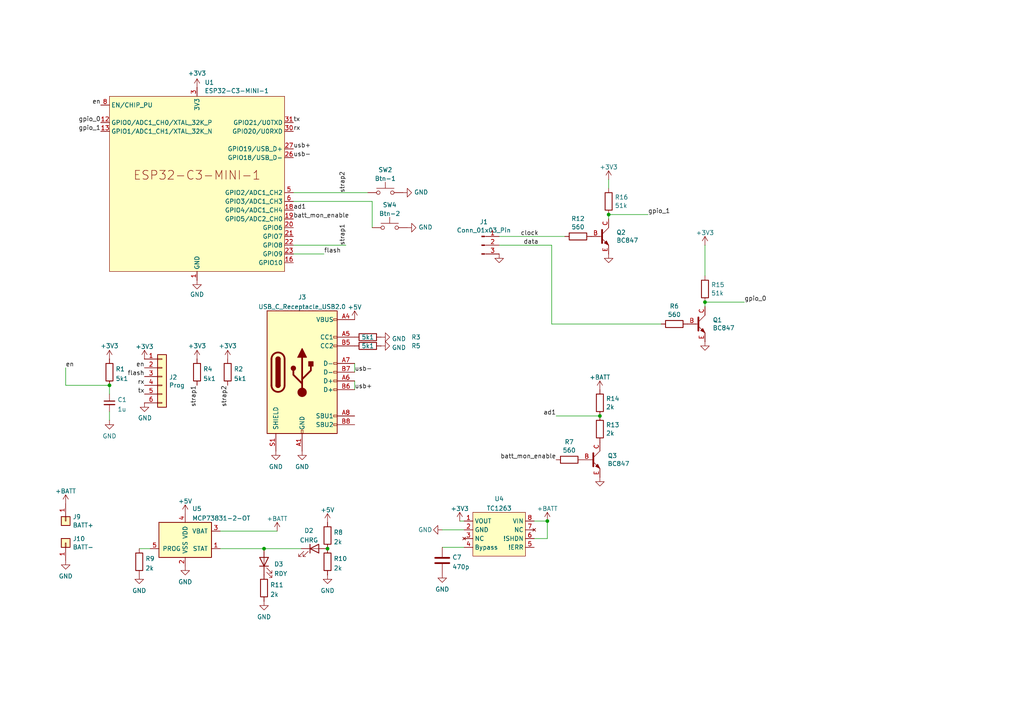
<source format=kicad_sch>
(kicad_sch (version 20231120) (generator "eeschema") (generator_version "8.0")
  (paper "A4")
  (lib_symbols
    (symbol "0_aaaaa_yeah:R" (pin_numbers hide) (pin_names (offset 0))
      (property "Reference" "R" (at 2.032 0 90))
      (property "Value" "R" (at 0 0 90))
      (symbol "R_0_1"
        (rectangle (start -1.016 -2.54) (end 1.016 2.54) (stroke (width 0.254)))
      )
      (symbol "R_1_1"
        (pin passive line (at 0 3.81 270) (length 1.27) (name "~") (number "1"))
        (pin passive line (at 0 -3.81 90) (length 1.27) (name "~") (number "2"))
      )
    )
    (symbol "AnymaLib-06:TC1263"
      (property "Reference" "U" (at 1.27 6.35 0))
      (property "Value" "TC1263" (at 0 -8.89 0))
      (symbol "TC1263_0_1"
        (rectangle (start -7.62 5.08) (end 7.62 -7.62) (stroke (width 0.1524)) (fill (type background)))
      )
      (symbol "TC1263_1_1"
        (pin power_out line (at -10.16 2.54 0) (length 2.54) (name "VOUT") (number "1"))
        (pin power_out line (at -10.16 0 0) (length 2.54) (name "GND") (number "2"))
        (pin no_connect line (at -10.16 -2.54 0) (length 2.54) (name "NC") (number "3"))
        (pin input line (at -10.16 -5.08 0) (length 2.54) (name "Bypass") (number "4"))
        (pin input line (at 10.16 -5.08 180) (length 2.54) (name "!ERR") (number "5"))
        (pin input line (at 10.16 -2.54 180) (length 2.54) (name "!SHDN") (number "6"))
        (pin no_connect line (at 10.16 0 180) (length 2.54) (name "NC") (number "7"))
        (pin power_in line (at 10.16 2.54 180) (length 2.54) (name "VIN") (number "8"))
      )
    )
    (symbol "Battery_Management:MCP73831-2-OT" (pin_names (offset 1.016))
      (property "Reference" "U" (at -7.62 6.35 0))
      (property "Value" "MCP73831-2-OT" (at 1.27 6.35 0))
      (symbol "MCP73831-2-OT_0_1"
        (rectangle (start -7.62 5.08) (end 7.62 -5.08) (stroke (width 0.254)) (fill (type background)))
      )
      (symbol "MCP73831-2-OT_1_1"
        (pin output line (at 10.16 -2.54 180) (length 2.54) (name "STAT") (number "1"))
        (pin power_in line (at 0 -7.62 90) (length 2.54) (name "VSS") (number "2"))
        (pin power_out line (at 10.16 2.54 180) (length 2.54) (name "VBAT") (number "3"))
        (pin power_in line (at 0 7.62 270) (length 2.54) (name "VDD") (number "4"))
        (pin input line (at -10.16 -2.54 0) (length 2.54) (name "PROG") (number "5"))
      )
    )
    (symbol "Connector:Conn_01x03_Pin" (pin_names (offset 1.016) hide)
      (property "Reference" "J" (at 0 5.08 0))
      (property "Value" "Conn_01x03_Pin" (at 0 -5.08 0))
      (symbol "Conn_01x03_Pin_1_1"
        (polyline (pts (xy 1.27 -2.54) (xy 0.8636 -2.54)) (stroke (width 0.1524)))
        (polyline (pts (xy 1.27 0) (xy 0.8636 0)) (stroke (width 0.1524)))
        (polyline (pts (xy 1.27 2.54) (xy 0.8636 2.54)) (stroke (width 0.1524)))
        (rectangle (start 0.8636 -2.413) (end 0 -2.667) (stroke (width 0.1524)) (fill (type outline)))
        (rectangle (start 0.8636 0.127) (end 0 -0.127) (stroke (width 0.1524)) (fill (type outline)))
        (rectangle (start 0.8636 2.667) (end 0 2.413) (stroke (width 0.1524)) (fill (type outline)))
        (pin passive line (at 5.08 2.54 180) (length 3.81) (name "Pin_1") (number "1"))
        (pin passive line (at 5.08 0 180) (length 3.81) (name "Pin_2") (number "2"))
        (pin passive line (at 5.08 -2.54 180) (length 3.81) (name "Pin_3") (number "3"))
      )
    )
    (symbol "Connector:USB_C_Receptacle_USB2.0" (pin_names (offset 1.016))
      (property "Reference" "J" (at -10.16 19.05 0))
      (property "Value" "USB_C_Receptacle_USB2.0" (at 19.05 19.05 0))
      (symbol "USB_C_Receptacle_USB2.0_0_0"
        (rectangle (start -0.254 -17.78) (end 0.254 -16.764))
        (rectangle (start 10.16 -14.986) (end 9.144 -15.494))
        (rectangle (start 10.16 -12.446) (end 9.144 -12.954))
        (rectangle (start 10.16 -4.826) (end 9.144 -5.334))
        (rectangle (start 10.16 -2.286) (end 9.144 -2.794))
        (rectangle (start 10.16 0.254) (end 9.144 -0.254))
        (rectangle (start 10.16 2.794) (end 9.144 2.286))
        (rectangle (start 10.16 7.874) (end 9.144 7.366))
        (rectangle (start 10.16 10.414) (end 9.144 9.906))
        (rectangle (start 10.16 15.494) (end 9.144 14.986))
      )
      (symbol "USB_C_Receptacle_USB2.0_0_1"
        (rectangle (start -10.16 17.78) (end 10.16 -17.78) (stroke (width 0.254)) (fill (type background)))
        (arc (start -8.89 -3.81) (mid -6.985 -5.7066) (end -5.08 -3.81) (stroke (width 0.508)))
        (arc (start -7.62 -3.81) (mid -6.985 -4.4422) (end -6.35 -3.81) (stroke (width 0.254)))
        (arc (start -7.62 -3.81) (mid -6.985 -4.4422) (end -6.35 -3.81) (stroke (width 0.254)) (fill (type outline)))
        (rectangle (start -7.62 -3.81) (end -6.35 3.81) (stroke (width 0.254)) (fill (type outline)))
        (arc (start -6.35 3.81) (mid -6.985 4.4422) (end -7.62 3.81) (stroke (width 0.254)))
        (arc (start -6.35 3.81) (mid -6.985 4.4422) (end -7.62 3.81) (stroke (width 0.254)) (fill (type outline)))
        (arc (start -5.08 3.81) (mid -6.985 5.7066) (end -8.89 3.81) (stroke (width 0.508)))
        (circle (center -2.54 1.143) (radius 0.635) (stroke (width 0.254)) (fill (type outline)))
        (circle (center 0 -5.842) (radius 1.27) (fill (type outline)))
        (polyline (pts (xy -8.89 -3.81) (xy -8.89 3.81)) (stroke (width 0.508)))
        (polyline (pts (xy -5.08 3.81) (xy -5.08 -3.81)) (stroke (width 0.508)))
        (polyline (pts (xy 0 -5.842) (xy 0 4.318)) (stroke (width 0.508)))
        (polyline (pts (xy 0 -3.302) (xy -2.54 -0.762) (xy -2.54 0.508)) (stroke (width 0.508)))
        (polyline (pts (xy 0 -2.032) (xy 2.54 0.508) (xy 2.54 1.778)) (stroke (width 0.508)))
        (polyline (pts (xy -1.27 4.318) (xy 0 6.858) (xy 1.27 4.318) (xy -1.27 4.318)) (stroke (width 0.254)) (fill (type outline)))
        (rectangle (start 1.905 1.778) (end 3.175 3.048) (stroke (width 0.254)) (fill (type outline)))
      )
      (symbol "USB_C_Receptacle_USB2.0_1_1"
        (pin passive line (at 0 -22.86 90) (length 5.08) (name "GND") (number "A1"))
        (pin passive line (at 0 -22.86 90) (length 5.08) hide (name "GND") (number "A12"))
        (pin passive line (at 15.24 15.24 180) (length 5.08) (name "VBUS") (number "A4"))
        (pin bidirectional line (at 15.24 10.16 180) (length 5.08) (name "CC1") (number "A5"))
        (pin bidirectional line (at 15.24 -2.54 180) (length 5.08) (name "D+") (number "A6"))
        (pin bidirectional line (at 15.24 2.54 180) (length 5.08) (name "D-") (number "A7"))
        (pin bidirectional line (at 15.24 -12.7 180) (length 5.08) (name "SBU1") (number "A8"))
        (pin passive line (at 15.24 15.24 180) (length 5.08) hide (name "VBUS") (number "A9"))
        (pin passive line (at 0 -22.86 90) (length 5.08) hide (name "GND") (number "B1"))
        (pin passive line (at 0 -22.86 90) (length 5.08) hide (name "GND") (number "B12"))
        (pin passive line (at 15.24 15.24 180) (length 5.08) hide (name "VBUS") (number "B4"))
        (pin bidirectional line (at 15.24 7.62 180) (length 5.08) (name "CC2") (number "B5"))
        (pin bidirectional line (at 15.24 -5.08 180) (length 5.08) (name "D+") (number "B6"))
        (pin bidirectional line (at 15.24 0 180) (length 5.08) (name "D-") (number "B7"))
        (pin bidirectional line (at 15.24 -15.24 180) (length 5.08) (name "SBU2") (number "B8"))
        (pin passive line (at 15.24 15.24 180) (length 5.08) hide (name "VBUS") (number "B9"))
        (pin passive line (at -7.62 -22.86 90) (length 5.08) (name "SHIELD") (number "S1"))
      )
    )
    (symbol "Connector_Generic:Conn_01x01" (pin_names (offset 1.016) hide)
      (property "Reference" "J" (at 0 2.54 0))
      (property "Value" "Conn_01x01" (at 0 -2.54 0))
      (symbol "Conn_01x01_1_1"
        (rectangle (start -1.27 0.127) (end 0 -0.127) (stroke (width 0.1524)))
        (rectangle (start -1.27 1.27) (end 1.27 -1.27) (stroke (width 0.254)) (fill (type background)))
        (pin passive line (at -5.08 0 0) (length 3.81) (name "Pin_1") (number "1"))
      )
    )
    (symbol "Connector_Generic:Conn_01x06" (pin_names (offset 1.016) hide)
      (property "Reference" "J" (at 0 7.62 0))
      (property "Value" "Conn_01x06" (at 0 -10.16 0))
      (symbol "Conn_01x06_1_1"
        (rectangle (start -1.27 -7.493) (end 0 -7.747) (stroke (width 0.1524)))
        (rectangle (start -1.27 -4.953) (end 0 -5.207) (stroke (width 0.1524)))
        (rectangle (start -1.27 -2.413) (end 0 -2.667) (stroke (width 0.1524)))
        (rectangle (start -1.27 0.127) (end 0 -0.127) (stroke (width 0.1524)))
        (rectangle (start -1.27 2.667) (end 0 2.413) (stroke (width 0.1524)))
        (rectangle (start -1.27 5.207) (end 0 4.953) (stroke (width 0.1524)))
        (rectangle (start -1.27 6.35) (end 1.27 -8.89) (stroke (width 0.254)) (fill (type background)))
        (pin passive line (at -5.08 5.08 0) (length 3.81) (name "Pin_1") (number "1"))
        (pin passive line (at -5.08 2.54 0) (length 3.81) (name "Pin_2") (number "2"))
        (pin passive line (at -5.08 0 0) (length 3.81) (name "Pin_3") (number "3"))
        (pin passive line (at -5.08 -2.54 0) (length 3.81) (name "Pin_4") (number "4"))
        (pin passive line (at -5.08 -5.08 0) (length 3.81) (name "Pin_5") (number "5"))
        (pin passive line (at -5.08 -7.62 0) (length 3.81) (name "Pin_6") (number "6"))
      )
    )
    (symbol "Device:C" (pin_numbers hide) (pin_names (offset 0.254))
      (property "Reference" "C" (at 0.635 2.54 0))
      (property "Value" "C" (at 0.635 -2.54 0))
      (symbol "C_0_1"
        (polyline (pts (xy -2.032 -0.762) (xy 2.032 -0.762)) (stroke (width 0.508)))
        (polyline (pts (xy -2.032 0.762) (xy 2.032 0.762)) (stroke (width 0.508)))
      )
      (symbol "C_1_1"
        (pin passive line (at 0 3.81 270) (length 2.794) (name "~") (number "1"))
        (pin passive line (at 0 -3.81 90) (length 2.794) (name "~") (number "2"))
      )
    )
    (symbol "Device:LED" (pin_numbers hide) (pin_names (offset 1.016) hide)
      (property "Reference" "D" (at 0 2.54 0))
      (property "Value" "LED" (at 0 -2.54 0))
      (symbol "LED_0_1"
        (polyline (pts (xy -1.27 -1.27) (xy -1.27 1.27)) (stroke (width 0.254)))
        (polyline (pts (xy -1.27 0) (xy 1.27 0)))
        (polyline (pts (xy 1.27 -1.27) (xy 1.27 1.27) (xy -1.27 0) (xy 1.27 -1.27)) (stroke (width 0.254)))
        (polyline (pts (xy -3.048 -0.762) (xy -4.572 -2.286) (xy -3.81 -2.286) (xy -4.572 -2.286) (xy -4.572 -1.524)))
        (polyline (pts (xy -1.778 -0.762) (xy -3.302 -2.286) (xy -2.54 -2.286) (xy -3.302 -2.286) (xy -3.302 -1.524)))
      )
      (symbol "LED_1_1"
        (pin passive line (at -3.81 0 0) (length 2.54) (name "K") (number "1"))
        (pin passive line (at 3.81 0 180) (length 2.54) (name "A") (number "2"))
      )
    )
    (symbol "Device:R" (pin_numbers hide) (pin_names (offset 0))
      (property "Reference" "R" (at 2.032 0 90))
      (property "Value" "R" (at 0 0 90))
      (symbol "R_0_1"
        (rectangle (start -1.016 -2.54) (end 1.016 2.54) (stroke (width 0.254)))
      )
      (symbol "R_1_1"
        (pin passive line (at 0 3.81 270) (length 1.27) (name "~") (number "1"))
        (pin passive line (at 0 -3.81 90) (length 1.27) (name "~") (number "2"))
      )
    )
    (symbol "PCM_Espressif:ESP32-C3-MINI-1"
      (property "Reference" "U" (at -25.4 30.48 0))
      (property "Value" "ESP32-C3-MINI-1" (at -25.4 27.94 0))
      (symbol "ESP32-C3-MINI-1_0_0"
        (text "ESP32-C3-MINI-1" (at 0 2.54 0) (effects (font (size 2.54 2.54))))
      )
      (symbol "ESP32-C3-MINI-1_0_1"
        (rectangle (start -25.4 25.4) (end 25.4 -25.4) (fill (type background)))
      )
      (symbol "ESP32-C3-MINI-1_1_1"
        (pin power_in line (at 0 -27.94 90) (length 2.54) (name "GND") (number "1"))
        (pin no_connect line (at -25.4 2.54 0) (length 2.54) hide (name "NC") (number "10"))
        (pin passive line (at 0 -27.94 90) (length 2.54) hide (name "GND") (number "11"))
        (pin bidirectional line (at -27.94 17.78 0) (length 2.54) (name "GPIO0/ADC1_CH0/XTAL_32K_P") (number "12"))
        (pin bidirectional line (at -27.94 15.24 0) (length 2.54) (name "GPIO1/ADC1_CH1/XTAL_32K_N") (number "13"))
        (pin passive line (at 0 -27.94 90) (length 2.54) hide (name "GND") (number "14"))
        (pin no_connect line (at -25.4 0 0) (length 2.54) hide (name "NC") (number "15"))
        (pin bidirectional line (at 27.94 -22.86 180) (length 2.54) (name "GPIO10") (number "16"))
        (pin no_connect line (at -25.4 -2.54 0) (length 2.54) hide (name "NC") (number "17"))
        (pin bidirectional line (at 27.94 -7.62 180) (length 2.54) (name "GPIO4/ADC1_CH4") (number "18"))
        (pin bidirectional line (at 27.94 -10.16 180) (length 2.54) (name "GPIO5/ADC2_CH0") (number "19"))
        (pin passive line (at 0 -27.94 90) (length 2.54) hide (name "GND") (number "2"))
        (pin bidirectional line (at 27.94 -12.7 180) (length 2.54) (name "GPIO6") (number "20"))
        (pin bidirectional line (at 27.94 -15.24 180) (length 2.54) (name "GPIO7") (number "21"))
        (pin bidirectional line (at 27.94 -17.78 180) (length 2.54) (name "GPIO8") (number "22"))
        (pin bidirectional line (at 27.94 -20.32 180) (length 2.54) (name "GPIO9") (number "23"))
        (pin no_connect line (at -25.4 -5.08 0) (length 2.54) hide (name "NC") (number "24"))
        (pin no_connect line (at -25.4 -7.62 0) (length 2.54) hide (name "NC") (number "25"))
        (pin bidirectional line (at 27.94 7.62 180) (length 2.54) (name "GPIO18/USB_D-") (number "26"))
        (pin bidirectional line (at 27.94 10.16 180) (length 2.54) (name "GPIO19/USB_D+") (number "27"))
        (pin no_connect line (at -25.4 -10.16 0) (length 2.54) hide (name "NC") (number "28"))
        (pin no_connect line (at -25.4 -12.7 0) (length 2.54) hide (name "NC") (number "29"))
        (pin power_in line (at 0 27.94 270) (length 2.54) (name "3V3") (number "3"))
        (pin bidirectional line (at 27.94 15.24 180) (length 2.54) (name "GPIO20/U0RXD") (number "30"))
        (pin bidirectional line (at 27.94 17.78 180) (length 2.54) (name "GPIO21/U0TXD") (number "31"))
        (pin no_connect line (at -25.4 -15.24 0) (length 2.54) hide (name "NC") (number "32"))
        (pin no_connect line (at -25.4 -17.78 0) (length 2.54) hide (name "NC") (number "33"))
        (pin no_connect line (at -25.4 -20.32 0) (length 2.54) hide (name "NC") (number "34"))
        (pin no_connect line (at -25.4 -22.86 0) (length 2.54) hide (name "NC") (number "35"))
        (pin passive line (at 0 -27.94 90) (length 2.54) hide (name "GND") (number "36"))
        (pin passive line (at 0 -27.94 90) (length 2.54) hide (name "GND") (number "37"))
        (pin passive line (at 0 -27.94 90) (length 2.54) hide (name "GND") (number "38"))
        (pin passive line (at 0 -27.94 90) (length 2.54) hide (name "GND") (number "39"))
        (pin no_connect line (at -25.4 10.16 0) (length 2.54) hide (name "NC") (number "4"))
        (pin passive line (at 0 -27.94 90) (length 2.54) hide (name "GND") (number "40"))
        (pin passive line (at 0 -27.94 90) (length 2.54) hide (name "GND") (number "41"))
        (pin passive line (at 0 -27.94 90) (length 2.54) hide (name "GND") (number "42"))
        (pin passive line (at 0 -27.94 90) (length 2.54) hide (name "GND") (number "43"))
        (pin passive line (at 0 -27.94 90) (length 2.54) hide (name "GND") (number "44"))
        (pin passive line (at 0 -27.94 90) (length 2.54) hide (name "GND") (number "45"))
        (pin passive line (at 0 -27.94 90) (length 2.54) hide (name "GND") (number "46"))
        (pin passive line (at 0 -27.94 90) (length 2.54) hide (name "GND") (number "47"))
        (pin passive line (at 0 -27.94 90) (length 2.54) hide (name "GND") (number "48"))
        (pin passive line (at 0 -27.94 90) (length 2.54) hide (name "GND") (number "49"))
        (pin bidirectional line (at 27.94 -2.54 180) (length 2.54) (name "GPIO2/ADC1_CH2") (number "5"))
        (pin passive line (at 0 -27.94 90) (length 2.54) hide (name "GND") (number "50"))
        (pin passive line (at 0 -27.94 90) (length 2.54) hide (name "GND") (number "51"))
        (pin passive line (at 0 -27.94 90) (length 2.54) hide (name "GND") (number "52"))
        (pin passive line (at 0 -27.94 90) (length 2.54) hide (name "GND") (number "53"))
        (pin bidirectional line (at 27.94 -5.08 180) (length 2.54) (name "GPIO3/ADC1_CH3") (number "6"))
        (pin no_connect line (at -25.4 7.62 0) (length 2.54) hide (name "NC") (number "7"))
        (pin input line (at -27.94 22.86 0) (length 2.54) (name "EN/CHIP_PU") (number "8"))
        (pin no_connect line (at -25.4 5.08 0) (length 2.54) hide (name "NC") (number "9"))
      )
    )
    (symbol "nime2020-library:SW_Push" (pin_numbers hide) (pin_names (offset 1.016) hide)
      (property "Reference" "SW" (at 1.27 2.54 0))
      (property "Value" "SW_Push" (at 0 -1.524 0))
      (symbol "SW_Push_0_1"
        (circle (center -2.032 0) (radius 0.508))
        (polyline (pts (xy 0 1.27) (xy 0 3.048)))
        (polyline (pts (xy 2.54 1.27) (xy -2.54 1.27)))
        (circle (center 2.032 0) (radius 0.508))
        (pin passive line (at -5.08 0 0) (length 2.54) (name "1") (number "1"))
        (pin passive line (at 5.08 0 180) (length 2.54) (name "2") (number "2"))
      )
    )
    (symbol "power:+3V3" (power) (pin_numbers hide) (pin_names (offset 0) hide)
      (property "Value" "+3V3" (at 0 3.556 0))
      (symbol "+3V3_0_1"
        (polyline (pts (xy -0.762 1.27) (xy 0 2.54)))
        (polyline (pts (xy 0 0) (xy 0 2.54)))
        (polyline (pts (xy 0 2.54) (xy 0.762 1.27)))
      )
      (symbol "+3V3_1_1"
        (pin power_in line (at 0 0 90) (length 0) (name "~") (number "1"))
      )
    )
    (symbol "power:+5V" (power) (pin_names (offset 0))
      (property "Value" "+5V" (at 0 3.556 0))
      (symbol "+5V_0_1"
        (polyline (pts (xy -0.762 1.27) (xy 0 2.54)))
        (polyline (pts (xy 0 0) (xy 0 2.54)))
        (polyline (pts (xy 0 2.54) (xy 0.762 1.27)))
      )
      (symbol "+5V_1_1"
        (pin power_in line (at 0 0 90) (length 0) hide (name "+5V") (number "1"))
      )
    )
    (symbol "power:+BATT" (power) (pin_names (offset 0))
      (property "Value" "+BATT" (at 0 3.556 0))
      (symbol "+BATT_0_1"
        (polyline (pts (xy -0.762 1.27) (xy 0 2.54)))
        (polyline (pts (xy 0 0) (xy 0 2.54)))
        (polyline (pts (xy 0 2.54) (xy 0.762 1.27)))
      )
      (symbol "+BATT_1_1"
        (pin power_in line (at 0 0 90) (length 0) hide (name "+BATT") (number "1"))
      )
    )
    (symbol "power:GND" (power) (pin_numbers hide) (pin_names (offset 0) hide)
      (property "Value" "GND" (at 0 -3.81 0))
      (symbol "GND_0_1"
        (polyline (pts (xy 0 0) (xy 0 -1.27) (xy 1.27 -1.27) (xy 0 -2.54) (xy -1.27 -1.27) (xy 0 -1.27)))
      )
      (symbol "GND_1_1"
        (pin power_in line (at 0 0 270) (length 0) (name "~") (number "1"))
      )
    )
    (symbol "synkie_symbols:C_Small" (pin_numbers hide) (pin_names (offset 0.254) hide)
      (property "Reference" "C" (at 0.254 1.778 0))
      (property "Value" "C_Small" (at 0.254 -2.032 0))
      (symbol "C_Small_0_1"
        (polyline (pts (xy -1.524 -0.508) (xy 1.524 -0.508)) (stroke (width 0.3302)))
        (polyline (pts (xy -1.524 0.508) (xy 1.524 0.508)) (stroke (width 0.3048)))
      )
      (symbol "C_Small_1_1"
        (pin passive line (at 0 2.54 270) (length 2.032) (name "~") (number "1"))
        (pin passive line (at 0 -2.54 90) (length 2.032) (name "~") (number "2"))
      )
    )
    (symbol "synkie_symbols:Trans_NPN_Generic" (pin_names (offset 0) hide)
      (property "Reference" "Q" (at 2.54 1.27 0))
      (property "Value" "Trans_NPN_Generic" (at 10.16 -1.27 0))
      (symbol "Trans_NPN_Generic_1_1"
        (polyline (pts (xy -1.27 0) (xy -0.635 0)))
        (polyline (pts (xy -0.635 0.635) (xy 1.27 2.54)))
        (polyline (pts (xy -0.635 1.905) (xy -0.635 -1.905)) (stroke (width 0.508)))
        (polyline (pts (xy 1.27 -2.54) (xy -0.635 -0.635)))
        (polyline (pts (xy 0 -1.905) (xy 0.635 -1.27) (xy 1.27 -2.54) (xy 0 -1.905)) (fill (type outline)))
        (pin input line (at -3.81 0 0) (length 2.54) (name "B") (number "B"))
        (pin passive line (at 1.27 5.08 270) (length 2.54) (name "C") (number "C"))
        (pin passive line (at 1.27 -5.08 90) (length 2.54) (name "E") (number "E"))
      )
    )
  )
  (junction (at 158.75 151.13))
  (junction (at 76.581 159.131))
  (junction (at 204.47 87.63))
  (junction (at 31.75 111.76))
  (junction (at 173.99 120.65))
  (junction (at 176.53 62.23))
  (junction (at 94.996 159.131))
  (wire (pts (xy 158.75 156.21) (xy 158.75 151.13)))
  (wire (pts (xy 204.47 71.12) (xy 204.47 80.01)))
  (wire (pts (xy 128.27 153.67) (xy 134.62 153.67)))
  (wire (pts (xy 19.05 111.76) (xy 31.75 111.76)))
  (wire (pts (xy 133.35 151.13) (xy 134.62 151.13)))
  (wire (pts (xy 204.47 87.63) (xy 204.47 88.9)))
  (wire (pts (xy 31.75 121.92) (xy 31.75 119.38)))
  (wire (pts (xy 176.53 62.23) (xy 187.96 62.23)))
  (wire (pts (xy 134.62 158.75) (xy 128.27 158.75)))
  (wire (pts (xy 85.09 55.88) (xy 106.68 55.88)))
  (wire (pts (xy 40.386 159.131) (xy 43.561 159.131)))
  (wire (pts (xy 76.581 159.131) (xy 87.376 159.131)))
  (wire (pts (xy 154.94 151.13) (xy 158.75 151.13)))
  (wire (pts (xy 161.29 120.65) (xy 173.99 120.65)))
  (wire (pts (xy 160.02 71.12) (xy 160.02 93.98)))
  (wire (pts (xy 160.02 93.98) (xy 191.77 93.98)))
  (wire (pts (xy 102.87 110.49) (xy 102.87 113.03)))
  (wire (pts (xy 85.09 58.42) (xy 107.95 58.42)))
  (wire (pts (xy 31.75 114.3) (xy 31.75 111.76)))
  (wire (pts (xy 204.47 87.63) (xy 215.9 87.63)))
  (wire (pts (xy 154.94 156.21) (xy 158.75 156.21)))
  (wire (pts (xy 63.881 159.131) (xy 76.581 159.131)))
  (wire (pts (xy 144.78 68.58) (xy 163.83 68.58)))
  (wire (pts (xy 144.78 71.12) (xy 160.02 71.12)))
  (wire (pts (xy 63.881 154.051) (xy 80.391 154.051)))
  (wire (pts (xy 176.53 52.07) (xy 176.53 54.61)))
  (wire (pts (xy 85.09 71.12) (xy 100.33 71.12)))
  (wire (pts (xy 107.95 58.42) (xy 107.95 66.04)))
  (wire (pts (xy 102.87 105.41) (xy 102.87 107.95)))
  (wire (pts (xy 176.53 62.23) (xy 176.53 63.5)))
  (wire (pts (xy 19.05 106.68) (xy 19.05 111.76)))
  (wire (pts (xy 85.09 73.66) (xy 93.98 73.66)))
  (label "clock" (at 156.21 68.58 180))
  (label "ad1" (at 85.09 60.96 0))
  (label "usb-" (at 102.87 107.95 0))
  (label "en" (at 29.21 30.48 180))
  (label "tx" (at 85.09 35.56 0))
  (label "batt_mon_enable" (at 161.29 133.35 180))
  (label "usb+" (at 85.09 43.18 0))
  (label "rx" (at 85.09 38.1 0))
  (label "gpio_0" (at 29.21 35.56 180))
  (label "strap1" (at 100.33 71.12 90))
  (label "en" (at 19.05 106.68 0))
  (label "gpio_1" (at 29.21 38.1 180))
  (label "batt_mon_enable" (at 85.09 63.5 0))
  (label "flash" (at 41.91 109.22 180))
  (label "tx" (at 41.91 114.3 180))
  (label "ad1" (at 161.29 120.65 180))
  (label "strap1" (at 57.15 111.76 270))
  (label "gpio_1" (at 187.96 62.23 0))
  (label "gpio_0" (at 215.9 87.63 0))
  (label "strap2" (at 66.04 111.76 270))
  (label "usb+" (at 102.87 113.03 0))
  (label "usb-" (at 85.09 45.72 0))
  (label "data" (at 156.21 71.12 180))
  (label "en" (at 41.91 106.68 180))
  (label "strap2" (at 100.33 55.88 90))
  (label "flash" (at 93.98 73.66 0))
  (label "rx" (at 41.91 111.76 180))
  (symbol (lib_id "power:GND") (at 204.47 99.06 0) (mirror y) (unit 1)
    (property "Reference" "#PWR010" (effects (hide yes)))
    (property "Value" "GND" (effects (hide yes)))
  )
  (symbol (lib_id "Device:R") (at 167.64 68.58 90) (unit 1)
    (property "Reference" "R12" (at 167.64 63.4195 90))
    (property "Value" "560" (at 167.64 65.8438 90))
    (property "Footprint" "Resistor_SMD:R_0603_1608Metric" (effects (hide yes)))
    (property "Description" "Resistor" (effects (hide yes)))
  )
  (symbol (lib_id "power:+5V") (at 53.721 148.971 0) (unit 1)
    (property "Reference" "#PWR041" (effects (hide yes)))
    (property "Value" "+5V" (at 53.721 145.3665 0))
  )
  (symbol (lib_id "power:GND") (at 144.78 73.66 0) (mirror y) (unit 1)
    (property "Reference" "#PWR037" (effects (hide yes)))
    (property "Value" "GND" (effects (hide yes)))
  )
  (symbol (lib_id "power:+3V3") (at 204.47 71.12 0) (unit 1)
    (property "Reference" "#PWR020" (effects (hide yes)))
    (property "Value" "+3V3" (at 204.47 67.5155 0))
  )
  (symbol (lib_id "Device:R") (at 165.1 133.35 90) (unit 1)
    (property "Reference" "R7" (at 165.1 128.1895 90))
    (property "Value" "560" (at 165.1 130.6138 90))
    (property "Footprint" "Resistor_SMD:R_0603_1608Metric" (effects (hide yes)))
    (property "Description" "Resistor" (effects (hide yes)))
  )
  (symbol (lib_id "synkie_symbols:Trans_NPN_Generic") (at 172.72 133.35 0) (unit 1)
    (property "Reference" "Q3" (at 176.2252 132.1816 0) (effects (justify left)))
    (property "Value" "BC847" (at 176.2252 134.493 0) (effects (justify left)))
    (property "Footprint" "synkie_footprints:SOT-23_BEC" (effects (hide yes)))
  )
  (symbol (lib_id "power:+BATT") (at 158.75 151.13 0) (unit 1)
    (property "Reference" "#PWR018" (effects (hide yes)))
    (property "Value" "+BATT" (at 158.75 147.5255 0))
  )
  (symbol (lib_id "Device:LED") (at 76.581 162.941 90) (unit 1)
    (property "Reference" "D3" (at 79.502 163.62 90) (effects (justify right)))
    (property "Value" "RDY" (at 79.502 166.3951 90) (effects (justify right)))
    (property "Footprint" "LED_SMD:LED_0805_2012Metric" (effects (hide yes)))
  )
  (symbol (lib_id "power:+3V3") (at 133.35 151.13 0) (unit 1)
    (property "Reference" "#PWR042" (effects (hide yes)))
    (property "Value" "+3V3" (at 133.35 147.5255 0))
  )
  (symbol (lib_id "PCM_Espressif:ESP32-C3-MINI-1") (at 57.15 53.34 0) (unit 1)
    (property "Reference" "U1" (at 59.3441 23.9225 0) (effects (justify left)))
    (property "Value" "ESP32-C3-MINI-1" (at 59.3441 26.3468 0) (effects (justify left)))
    (property "Footprint" "PCM_Espressif:ESP32-C3-MINI-1" (effects (hide yes)))
    (property "Datasheet" "https://www.espressif.com/sites/default/files/documentation/esp32-c3-mini-1_datasheet_en.pdf" (effects (hide yes)))
    (property "Description" "ESP32-C3-MINI-1 family is an ultra-low-power MCU-based SoC solution that supports 2.4 GHz Wi-Fi and Bluetooth®Low Energy (Bluetooth LE)." (effects (hide yes)))
  )
  (symbol (lib_id "power:+3V3") (at 41.91 104.14 0) (unit 1)
    (property "Reference" "#PWR03" (effects (hide yes)))
    (property "Value" "+3V3" (at 41.91 100.5355 0))
  )
  (symbol (lib_id "power:+BATT") (at 19.05 146.05 0) (unit 1)
    (property "Reference" "#PWR047" (effects (hide yes)))
    (property "Value" "+BATT" (at 19.05 142.4455 0))
  )
  (symbol (lib_id "synkie_symbols:Trans_NPN_Generic") (at 175.26 68.58 0) (unit 1)
    (property "Reference" "Q2" (at 178.7652 67.4116 0) (effects (justify left)))
    (property "Value" "BC847" (at 178.7652 69.723 0) (effects (justify left)))
    (property "Footprint" "synkie_footprints:SOT-23_BEC" (effects (hide yes)))
  )
  (symbol (lib_id "power:+3V3") (at 57.15 25.4 0) (unit 1)
    (property "Reference" "#PWR02" (effects (hide yes)))
    (property "Value" "+3V3" (at 57.15 21.2669 0))
    (property "Description" "Power symbol creates a global label with name \"+3V3\"" (effects (hide yes)))
  )
  (symbol (lib_id "power:GND") (at 40.386 166.751 0) (unit 1)
    (property "Reference" "#PWR052" (effects (hide yes)))
    (property "Value" "GND" (at 40.386 171.3135 0))
  )
  (symbol (lib_id "Connector_Generic:Conn_01x01") (at 19.05 151.13 270) (unit 1)
    (property "Reference" "J9" (at 21.082 149.9178 90) (effects (justify left)))
    (property "Value" "BATT+" (at 21.082 152.3421 90) (effects (justify left)))
    (property "Footprint" "synkie_footprints:Solderpad_1mm" (effects (hide yes)))
    (property "Description" "Generic connector, single row, 01x01, script generated (kicad-library-utils/schlib/autogen/connector/)" (effects (hide yes)))
  )
  (symbol (lib_id "AnymaLib-06:TC1263") (at 144.78 153.67 0) (unit 1)
    (property "Reference" "U4" (at 144.78 144.6743 0))
    (property "Value" "TC1263" (at 144.78 147.4494 0))
    (property "Footprint" "synkie_footprints:SOIC-8_3.9x4.9mm_P1.27mm" (effects (hide yes)))
  )
  (symbol (lib_id "0_aaaaa_yeah:R") (at 94.996 155.321 0) (unit 1)
    (property "Reference" "R8" (at 96.774 154.4125 0) (effects (justify left)))
    (property "Value" "2k" (at 96.774 157.1876 0) (effects (justify left)))
    (property "Footprint" "Resistor_SMD:R_0603_1608Metric" (effects (hide yes)))
  )
  (symbol (lib_id "synkie_symbols:Trans_NPN_Generic") (at 203.2 93.98 0) (unit 1)
    (property "Reference" "Q1" (at 206.7052 92.8116 0) (effects (justify left)))
    (property "Value" "BC847" (at 206.7052 95.123 0) (effects (justify left)))
    (property "Footprint" "synkie_footprints:SOT-23_BEC" (effects (hide yes)))
  )
  (symbol (lib_id "power:GND") (at 41.91 116.84 0) (unit 1)
    (property "Reference" "#PWR04" (effects (hide yes)))
    (property "Value" "GND" (at 42.037 121.2342 0))
  )
  (symbol (lib_id "power:GND") (at 176.53 73.66 0) (mirror y) (unit 1)
    (property "Reference" "#PWR022" (effects (hide yes)))
    (property "Value" "GND" (effects (hide yes)))
  )
  (symbol (lib_id "power:GND") (at 31.75 121.92 0) (unit 1)
    (property "Reference" "#PWR06" (effects (hide yes)))
    (property "Value" "GND" (at 31.75 126.4825 0))
  )
  (symbol (lib_id "0_aaaaa_yeah:R") (at 76.581 170.561 0) (unit 1)
    (property "Reference" "R11" (at 78.359 169.6525 0) (effects (justify left)))
    (property "Value" "2k" (at 78.359 172.4276 0) (effects (justify left)))
    (property "Footprint" "Resistor_SMD:R_0603_1608Metric" (effects (hide yes)))
  )
  (symbol (lib_id "power:GND") (at 87.63 130.81 0) (unit 1)
    (property "Reference" "#PWR015" (effects (hide yes)))
    (property "Value" "GND" (at 87.63 135.3725 0))
  )
  (symbol (lib_id "Device:R") (at 173.99 116.84 180) (unit 1)
    (property "Reference" "R14" (at 175.768 115.6278 0) (effects (justify right)))
    (property "Value" "2k" (at 175.768 118.0521 0) (effects (justify right)))
    (property "Footprint" "Resistor_SMD:R_0603_1608Metric" (effects (hide yes)))
    (property "Description" "Resistor" (effects (hide yes)))
  )
  (symbol (lib_id "power:GND") (at 110.49 97.79 90) (unit 1)
    (property "Reference" "#PWR012" (effects (hide yes)))
    (property "Value" "GND" (at 113.665 98.269 90) (effects (justify right)))
  )
  (symbol (lib_id "power:+BATT") (at 173.99 113.03 0) (unit 1)
    (property "Reference" "#PWR019" (effects (hide yes)))
    (property "Value" "+BATT" (at 173.99 109.4255 0))
  )
  (symbol (lib_id "power:GND") (at 128.27 153.67 270) (unit 1)
    (property "Reference" "#PWR046" (effects (hide yes)))
    (property "Value" "GND" (at 121.285 153.67 90) (effects (justify left)))
  )
  (symbol (lib_id "power:GND") (at 57.15 81.28 0) (unit 1)
    (property "Reference" "#PWR01" (effects (hide yes)))
    (property "Value" "GND" (at 57.15 85.4131 0))
    (property "Description" "Power symbol creates a global label with name \"GND\" , ground" (effects (hide yes)))
  )
  (symbol (lib_id "power:GND") (at 110.49 100.33 90) (unit 1)
    (property "Reference" "#PWR013" (effects (hide yes)))
    (property "Value" "GND" (at 113.665 100.809 90) (effects (justify right)))
  )
  (symbol (lib_id "power:GND") (at 118.11 66.04 90) (unit 1)
    (property "Reference" "#PWR011" (effects (hide yes)))
    (property "Value" "GND" (at 121.3612 65.913 90) (effects (justify right)))
  )
  (symbol (lib_id "power:+3V3") (at 31.75 104.14 0) (unit 1)
    (property "Reference" "#PWR05" (effects (hide yes)))
    (property "Value" "+3V3" (at 31.75 100.33 0))
  )
  (symbol (lib_id "Connector_Generic:Conn_01x01") (at 19.05 157.48 90) (unit 1)
    (property "Reference" "J10" (at 21.082 156.2678 90) (effects (justify right)))
    (property "Value" "BATT-" (at 21.082 158.6921 90) (effects (justify right)))
    (property "Footprint" "synkie_footprints:Solderpad_1mm" (effects (hide yes)))
    (property "Description" "Generic connector, single row, 01x01, script generated (kicad-library-utils/schlib/autogen/connector/)" (effects (hide yes)))
  )
  (symbol (lib_id "synkie_symbols:C_Small") (at 31.75 116.84 0) (unit 1)
    (property "Reference" "C1" (at 34.0741 115.9378 0) (effects (justify left)))
    (property "Value" "1u" (at 34.0741 118.7129 0) (effects (justify left)))
    (property "Footprint" "Capacitor_SMD:C_0603_1608Metric" (effects (hide yes)))
  )
  (symbol (lib_id "Device:R") (at 204.47 83.82 180) (unit 1)
    (property "Reference" "R15" (at 206.248 82.6078 0) (effects (justify right)))
    (property "Value" "51k" (at 206.248 85.0321 0) (effects (justify right)))
    (property "Footprint" "Resistor_SMD:R_0603_1608Metric" (effects (hide yes)))
    (property "Description" "Resistor" (effects (hide yes)))
  )
  (symbol (lib_id "Battery_Management:MCP73831-2-OT") (at 53.721 156.591 0) (unit 1)
    (property "Reference" "U5" (at 55.7404 147.5445 0) (effects (justify left)))
    (property "Value" "MCP73831-2-OT" (at 55.7404 150.3196 0) (effects (justify left)))
    (property "Footprint" "Package_TO_SOT_SMD:SOT-23-5" (effects (hide yes)))
    (property "Datasheet" "http://ww1.microchip.com/downloads/en/DeviceDoc/20001984g.pdf" (effects (hide yes)))
  )
  (symbol (lib_id "power:GND") (at 76.581 174.371 0) (unit 1)
    (property "Reference" "#PWR055" (effects (hide yes)))
    (property "Value" "GND" (at 76.581 178.9335 0))
  )
  (symbol (lib_id "power:GND") (at 80.01 130.81 0) (unit 1)
    (property "Reference" "#PWR014" (effects (hide yes)))
    (property "Value" "GND" (at 80.01 135.3725 0))
  )
  (symbol (lib_id "power:+3V3") (at 66.04 104.14 0) (unit 1)
    (property "Reference" "#PWR07" (effects (hide yes)))
    (property "Value" "+3V3" (at 66.04 100.33 0))
  )
  (symbol (lib_id "Connector:USB_C_Receptacle_USB2.0") (at 87.63 107.95 0) (unit 1)
    (property "Reference" "J3" (at 87.63 86.2035 0))
    (property "Value" "USB_C_Receptacle_USB2.0" (at 87.63 88.9786 0))
    (property "Footprint" "synkie_footprints:JAE_USB-C_SJ122205" (effects (hide yes)))
    (property "Datasheet" "https://www.usb.org/sites/default/files/documents/usb_type-c.zip" (effects (hide yes)))
  )
  (symbol (lib_id "power:GND") (at 94.996 166.751 0) (unit 1)
    (property "Reference" "#PWR053" (effects (hide yes)))
    (property "Value" "GND" (at 94.996 171.3135 0))
  )
  (symbol (lib_id "Connector:Conn_01x03_Pin") (at 139.7 71.12 0) (unit 1)
    (property "Reference" "J1" (at 140.335 64.3593 0))
    (property "Value" "Conn_01x03_Pin" (at 140.335 66.7836 0))
    (property "Footprint" "anyma_footprints:solderpad_1.27mm_3" (effects (hide yes)))
    (property "Description" "Generic connector, single row, 01x03, script generated" (effects (hide yes)))
  )
  (symbol (lib_id "Device:R") (at 66.04 107.95 0) (unit 1)
    (property "Reference" "R2" (at 67.818 107.0415 0) (effects (justify left)))
    (property "Value" "5k1" (at 67.818 109.8166 0) (effects (justify left)))
    (property "Footprint" "Resistor_SMD:R_0603_1608Metric" (effects (hide yes)))
  )
  (symbol (lib_id "0_aaaaa_yeah:R") (at 40.386 162.941 0) (unit 1)
    (property "Reference" "R9" (at 42.164 162.0325 0) (effects (justify left)))
    (property "Value" "2k" (at 42.164 164.8076 0) (effects (justify left)))
    (property "Footprint" "Resistor_SMD:R_0603_1608Metric" (effects (hide yes)))
  )
  (symbol (lib_id "0_aaaaa_yeah:R") (at 94.996 162.941 0) (unit 1)
    (property "Reference" "R10" (at 96.774 162.0325 0) (effects (justify left)))
    (property "Value" "2k" (at 96.774 164.8076 0) (effects (justify left)))
    (property "Footprint" "Resistor_SMD:R_0603_1608Metric" (effects (hide yes)))
  )
  (symbol (lib_id "power:+3V3") (at 176.53 52.07 0) (unit 1)
    (property "Reference" "#PWR021" (effects (hide yes)))
    (property "Value" "+3V3" (at 176.53 48.4655 0))
  )
  (symbol (lib_id "power:+BATT") (at 80.391 154.051 0) (unit 1)
    (property "Reference" "#PWR048" (effects (hide yes)))
    (property "Value" "+BATT" (at 80.391 150.4465 0))
  )
  (symbol (lib_id "Device:LED") (at 91.186 159.131 0) (unit 1)
    (property "Reference" "D2" (at 89.5985 153.8945 0))
    (property "Value" "CHRG" (at 89.5985 156.6696 0))
    (property "Footprint" "LED_SMD:LED_0805_2012Metric" (effects (hide yes)))
  )
  (symbol (lib_id "0_aaaaa_yeah:R") (at 106.68 97.79 90) (unit 1)
    (property "Reference" "R3" (at 120.65 97.79 90))
    (property "Value" "5k1" (at 106.68 97.79 90))
    (property "Footprint" "Resistor_SMD:R_0603_1608Metric" (effects (hide yes)))
  )
  (symbol (lib_id "nime2020-library:SW_Push") (at 111.76 55.88 0) (unit 1)
    (property "Reference" "SW2" (at 111.76 49.2592 0))
    (property "Value" "Btn-1" (at 111.76 51.7961 0))
    (property "Footprint" "synkie_footprints:Alps_Tactile_Switch" (effects (hide yes)))
  )
  (symbol (lib_id "power:GND") (at 53.721 164.211 0) (unit 1)
    (property "Reference" "#PWR051" (effects (hide yes)))
    (property "Value" "GND" (at 53.721 168.7735 0))
  )
  (symbol (lib_id "Device:R") (at 31.75 107.95 0) (unit 1)
    (property "Reference" "R1" (at 33.528 107.0415 0) (effects (justify left)))
    (property "Value" "5k1" (at 33.528 109.8166 0) (effects (justify left)))
    (property "Footprint" "Resistor_SMD:R_0603_1608Metric" (effects (hide yes)))
  )
  (symbol (lib_id "nime2020-library:SW_Push") (at 113.03 66.04 0) (unit 1)
    (property "Reference" "SW4" (at 113.03 59.4192 0))
    (property "Value" "Btn-2" (at 113.03 61.9561 0))
    (property "Footprint" "synkie_footprints:Alps_Tactile_Switch" (effects (hide yes)))
  )
  (symbol (lib_id "Device:R") (at 57.15 107.95 0) (unit 1)
    (property "Reference" "R4" (at 58.928 107.0415 0) (effects (justify left)))
    (property "Value" "5k1" (at 58.928 109.8166 0) (effects (justify left)))
    (property "Footprint" "Resistor_SMD:R_0603_1608Metric" (effects (hide yes)))
  )
  (symbol (lib_id "Device:R") (at 176.53 58.42 180) (unit 1)
    (property "Reference" "R16" (at 178.308 57.2078 0) (effects (justify right)))
    (property "Value" "51k" (at 178.308 59.6321 0) (effects (justify right)))
    (property "Footprint" "Resistor_SMD:R_0603_1608Metric" (effects (hide yes)))
    (property "Description" "Resistor" (effects (hide yes)))
  )
  (symbol (lib_id "power:GND") (at 19.05 162.56 0) (unit 1)
    (property "Reference" "#PWR049" (effects (hide yes)))
    (property "Value" "GND" (at 19.05 167.1225 0))
  )
  (symbol (lib_id "power:+3V3") (at 57.15 104.14 0) (unit 1)
    (property "Reference" "#PWR09" (effects (hide yes)))
    (property "Value" "+3V3" (at 57.15 100.33 0))
  )
  (symbol (lib_id "Device:R") (at 173.99 124.46 180) (unit 1)
    (property "Reference" "R13" (at 175.768 123.2478 0) (effects (justify right)))
    (property "Value" "2k" (at 175.768 125.6721 0) (effects (justify right)))
    (property "Footprint" "Resistor_SMD:R_0603_1608Metric" (effects (hide yes)))
    (property "Description" "Resistor" (effects (hide yes)))
  )
  (symbol (lib_id "power:GND") (at 128.27 166.37 0) (unit 1)
    (property "Reference" "#PWR054" (effects (hide yes)))
    (property "Value" "GND" (at 128.27 170.9325 0))
  )
  (symbol (lib_id "Device:C") (at 128.27 162.56 0) (unit 1)
    (property "Reference" "C7" (at 131.191 161.6515 0) (effects (justify left)))
    (property "Value" "470p" (at 131.191 164.4266 0) (effects (justify left)))
    (property "Footprint" "Capacitor_SMD:C_0603_1608Metric" (effects (hide yes)))
  )
  (symbol (lib_id "power:GND") (at 173.99 138.43 0) (mirror y) (unit 1)
    (property "Reference" "#PWR016" (effects (hide yes)))
    (property "Value" "GND" (effects (hide yes)))
  )
  (symbol (lib_id "0_aaaaa_yeah:R") (at 106.68 100.33 90) (unit 1)
    (property "Reference" "R5" (at 120.65 100.33 90))
    (property "Value" "5k1" (at 106.68 100.33 90))
    (property "Footprint" "Resistor_SMD:R_0603_1608Metric" (effects (hide yes)))
  )
  (symbol (lib_id "Device:R") (at 195.58 93.98 90) (unit 1)
    (property "Reference" "R6" (at 195.58 88.8195 90))
    (property "Value" "560" (at 195.58 91.2438 90))
    (property "Footprint" "Resistor_SMD:R_0603_1608Metric" (effects (hide yes)))
    (property "Description" "Resistor" (effects (hide yes)))
  )
  (symbol (lib_id "power:+5V") (at 94.996 151.511 0) (unit 1)
    (property "Reference" "#PWR044" (effects (hide yes)))
    (property "Value" "+5V" (at 94.996 147.9065 0))
  )
  (symbol (lib_id "power:+5V") (at 102.87 92.71 0) (unit 1)
    (property "Reference" "#PWR08" (effects (hide yes)))
    (property "Value" "+5V" (at 102.87 89.1055 0))
  )
  (symbol (lib_id "Connector_Generic:Conn_01x06") (at 46.99 109.22 0) (unit 1)
    (property "Reference" "J2" (at 49.022 109.4232 0) (effects (justify left)))
    (property "Value" "Prog" (at 49.022 111.7346 0) (effects (justify left)))
    (property "Footprint" "Anyma06:AnymaPOGO-ESP" (effects (hide yes)))
  )
  (symbol (lib_id "power:GND") (at 116.84 55.88 90) (unit 1)
    (property "Reference" "#PWR017" (effects (hide yes)))
    (property "Value" "GND" (at 120.0912 55.753 90) (effects (justify right)))
  )
)
</source>
